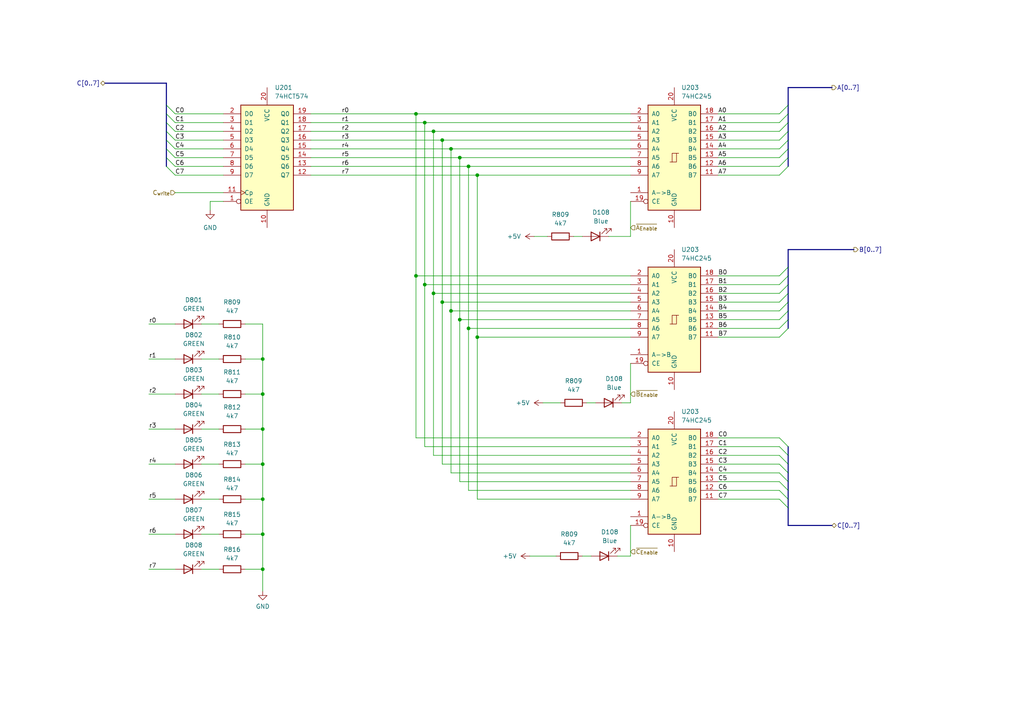
<source format=kicad_sch>
(kicad_sch (version 20230121) (generator eeschema)
  (paper "A4")
  (lib_symbols
    (symbol "74xx:74HC245" (pin_names (offset 1.016))
      (property "Reference" "U" (at -7.62 16.51 0))
      (property "Value" "74HC245" (at -7.62 -16.51 0))
      (symbol "74HC245_1_0"
        (polyline (pts (xy -0.635 -1.27) (xy -0.635 1.27) (xy 0.635 1.27)))
        (polyline (pts (xy -1.27 -1.27) (xy 0.635 -1.27) (xy 0.635 1.27) (xy 1.27 1.27)))
        (pin input line (at -12.7 -10.16 0) (length 5.08) (name "A->B") (number "1"))
        (pin power_in line (at 0 -20.32 90) (length 5.08) (name "GND") (number "10"))
        (pin tri_state line (at 12.7 -5.08 180) (length 5.08) (name "B7") (number "11"))
        (pin tri_state line (at 12.7 -2.54 180) (length 5.08) (name "B6") (number "12"))
        (pin tri_state line (at 12.7 0 180) (length 5.08) (name "B5") (number "13"))
        (pin tri_state line (at 12.7 2.54 180) (length 5.08) (name "B4") (number "14"))
        (pin tri_state line (at 12.7 5.08 180) (length 5.08) (name "B3") (number "15"))
        (pin tri_state line (at 12.7 7.62 180) (length 5.08) (name "B2") (number "16"))
        (pin tri_state line (at 12.7 10.16 180) (length 5.08) (name "B1") (number "17"))
        (pin tri_state line (at 12.7 12.7 180) (length 5.08) (name "B0") (number "18"))
        (pin input inverted (at -12.7 -12.7 0) (length 5.08) (name "CE") (number "19"))
        (pin tri_state line (at -12.7 12.7 0) (length 5.08) (name "A0") (number "2"))
        (pin power_in line (at 0 20.32 270) (length 5.08) (name "VCC") (number "20"))
        (pin tri_state line (at -12.7 10.16 0) (length 5.08) (name "A1") (number "3"))
        (pin tri_state line (at -12.7 7.62 0) (length 5.08) (name "A2") (number "4"))
        (pin tri_state line (at -12.7 5.08 0) (length 5.08) (name "A3") (number "5"))
        (pin tri_state line (at -12.7 2.54 0) (length 5.08) (name "A4") (number "6"))
        (pin tri_state line (at -12.7 0 0) (length 5.08) (name "A5") (number "7"))
        (pin tri_state line (at -12.7 -2.54 0) (length 5.08) (name "A6") (number "8"))
        (pin tri_state line (at -12.7 -5.08 0) (length 5.08) (name "A7") (number "9"))
      )
      (symbol "74HC245_1_1"
        (rectangle (start -7.62 15.24) (end 7.62 -15.24) (stroke (width 0.254)) (fill (type background)))
      )
    )
    (symbol "74xx:74HCT574" (pin_names (offset 1.016))
      (property "Reference" "U" (at -7.62 16.51 0))
      (property "Value" "74HCT574" (at -7.62 -16.51 0))
      (symbol "74HCT574_1_0"
        (pin input inverted (at -12.7 -12.7 0) (length 5.08) (name "OE") (number "1"))
        (pin power_in line (at 0 -20.32 90) (length 5.08) (name "GND") (number "10"))
        (pin input clock (at -12.7 -10.16 0) (length 5.08) (name "Cp") (number "11"))
        (pin tri_state line (at 12.7 -5.08 180) (length 5.08) (name "Q7") (number "12"))
        (pin tri_state line (at 12.7 -2.54 180) (length 5.08) (name "Q6") (number "13"))
        (pin tri_state line (at 12.7 0 180) (length 5.08) (name "Q5") (number "14"))
        (pin tri_state line (at 12.7 2.54 180) (length 5.08) (name "Q4") (number "15"))
        (pin tri_state line (at 12.7 5.08 180) (length 5.08) (name "Q3") (number "16"))
        (pin tri_state line (at 12.7 7.62 180) (length 5.08) (name "Q2") (number "17"))
        (pin tri_state line (at 12.7 10.16 180) (length 5.08) (name "Q1") (number "18"))
        (pin tri_state line (at 12.7 12.7 180) (length 5.08) (name "Q0") (number "19"))
        (pin input line (at -12.7 12.7 0) (length 5.08) (name "D0") (number "2"))
        (pin power_in line (at 0 20.32 270) (length 5.08) (name "VCC") (number "20"))
        (pin input line (at -12.7 10.16 0) (length 5.08) (name "D1") (number "3"))
        (pin input line (at -12.7 7.62 0) (length 5.08) (name "D2") (number "4"))
        (pin input line (at -12.7 5.08 0) (length 5.08) (name "D3") (number "5"))
        (pin input line (at -12.7 2.54 0) (length 5.08) (name "D4") (number "6"))
        (pin input line (at -12.7 0 0) (length 5.08) (name "D5") (number "7"))
        (pin input line (at -12.7 -2.54 0) (length 5.08) (name "D6") (number "8"))
        (pin input line (at -12.7 -5.08 0) (length 5.08) (name "D7") (number "9"))
      )
      (symbol "74HCT574_1_1"
        (rectangle (start -7.62 15.24) (end 7.62 -15.24) (stroke (width 0.254)) (fill (type background)))
      )
    )
    (symbol "Device:LED" (pin_numbers hide) (pin_names (offset 1.016) hide)
      (property "Reference" "D" (at 0 2.54 0))
      (property "Value" "LED" (at 0 -2.54 0))
      (symbol "LED_0_1"
        (polyline (pts (xy -1.27 -1.27) (xy -1.27 1.27)) (stroke (width 0.254)))
        (polyline (pts (xy -1.27 0) (xy 1.27 0)))
        (polyline (pts (xy 1.27 -1.27) (xy 1.27 1.27) (xy -1.27 0) (xy 1.27 -1.27)) (stroke (width 0.254)))
        (polyline (pts (xy -3.048 -0.762) (xy -4.572 -2.286) (xy -3.81 -2.286) (xy -4.572 -2.286) (xy -4.572 -1.524)))
        (polyline (pts (xy -1.778 -0.762) (xy -3.302 -2.286) (xy -2.54 -2.286) (xy -3.302 -2.286) (xy -3.302 -1.524)))
      )
      (symbol "LED_1_1"
        (pin passive line (at -3.81 0 0) (length 2.54) (name "K") (number "1"))
        (pin passive line (at 3.81 0 180) (length 2.54) (name "A") (number "2"))
      )
    )
    (symbol "Device:R" (pin_numbers hide) (pin_names (offset 0))
      (property "Reference" "R" (at 2.032 0 90))
      (property "Value" "R" (at 0 0 90))
      (symbol "R_0_1"
        (rectangle (start -1.016 -2.54) (end 1.016 2.54) (stroke (width 0.254)))
      )
      (symbol "R_1_1"
        (pin passive line (at 0 3.81 270) (length 1.27) (name "~") (number "1"))
        (pin passive line (at 0 -3.81 90) (length 1.27) (name "~") (number "2"))
      )
    )
    (symbol "GND_1" (power) (pin_names (offset 0))
      (property "Value" "GND_1" (at 0 -3.81 0))
      (symbol "GND_1_0_1"
        (polyline (pts (xy 0 0) (xy 0 -1.27) (xy 1.27 -1.27) (xy 0 -2.54) (xy -1.27 -1.27) (xy 0 -1.27)))
      )
      (symbol "GND_1_1_1"
        (pin power_in line (at 0 0 270) (length 0) hide (name "GND") (number "1"))
      )
    )
    (symbol "power:+5V" (power) (pin_names (offset 0))
      (property "Value" "+5V" (at 0 3.556 0))
      (symbol "+5V_0_1"
        (polyline (pts (xy -0.762 1.27) (xy 0 2.54)))
        (polyline (pts (xy 0 0) (xy 0 2.54)))
        (polyline (pts (xy 0 2.54) (xy 0.762 1.27)))
      )
      (symbol "+5V_1_1"
        (pin power_in line (at 0 0 90) (length 0) hide (name "+5V") (number "1"))
      )
    )
    (symbol "power:GND" (power) (pin_names (offset 0))
      (property "Value" "GND" (at 0 -3.81 0))
      (symbol "GND_0_1"
        (polyline (pts (xy 0 0) (xy 0 -1.27) (xy 1.27 -1.27) (xy 0 -2.54) (xy -1.27 -1.27) (xy 0 -1.27)))
      )
      (symbol "GND_1_1"
        (pin power_in line (at 0 0 270) (length 0) hide (name "GND") (number "1"))
      )
    )
  )
  (junction (at 76.2 134.62))
  (junction (at 135.89 95.25))
  (junction (at 128.27 87.63))
  (junction (at 123.19 82.55))
  (junction (at 130.81 90.17))
  (junction (at 76.2 124.46))
  (junction (at 76.2 104.14))
  (junction (at 123.19 35.56))
  (junction (at 76.2 144.78))
  (junction (at 76.2 165.1))
  (junction (at 130.81 43.18))
  (junction (at 120.65 80.01))
  (junction (at 133.35 45.72))
  (junction (at 138.43 50.8))
  (junction (at 125.73 85.09))
  (junction (at 120.65 33.02))
  (junction (at 133.35 92.71))
  (junction (at 125.73 38.1))
  (junction (at 76.2 114.3))
  (junction (at 128.27 40.64))
  (junction (at 135.89 48.26))
  (junction (at 76.2 154.94))
  (junction (at 138.43 97.79))
  (bus_entry (at 228.6 134.62) (size -2.54 -2.54))
  (bus_entry (at 228.6 85.09) (size -2.54 2.54))
  (bus_entry (at 228.6 35.56) (size -2.54 2.54))
  (bus_entry (at 48.26 35.56) (size 2.54 2.54))
  (bus_entry (at 48.26 40.64) (size 2.54 2.54))
  (bus_entry (at 228.6 90.17) (size -2.54 2.54))
  (bus_entry (at 228.6 92.71) (size -2.54 2.54))
  (bus_entry (at 228.6 30.48) (size -2.54 2.54))
  (bus_entry (at 48.26 43.18) (size 2.54 2.54))
  (bus_entry (at 48.26 48.26) (size 2.54 2.54))
  (bus_entry (at 228.6 77.47) (size -2.54 2.54))
  (bus_entry (at 48.26 33.02) (size 2.54 2.54))
  (bus_entry (at 48.26 45.72) (size 2.54 2.54))
  (bus_entry (at 228.6 129.54) (size -2.54 -2.54))
  (bus_entry (at 228.6 137.16) (size -2.54 -2.54))
  (bus_entry (at 228.6 38.1) (size -2.54 2.54))
  (bus_entry (at 228.6 147.32) (size -2.54 -2.54))
  (bus_entry (at 228.6 33.02) (size -2.54 2.54))
  (bus_entry (at 228.6 45.72) (size -2.54 2.54))
  (bus_entry (at 228.6 95.25) (size -2.54 2.54))
  (bus_entry (at 228.6 43.18) (size -2.54 2.54))
  (bus_entry (at 228.6 40.64) (size -2.54 2.54))
  (bus_entry (at 228.6 139.7) (size -2.54 -2.54))
  (bus_entry (at 228.6 80.01) (size -2.54 2.54))
  (bus_entry (at 48.26 38.1) (size 2.54 2.54))
  (bus_entry (at 228.6 82.55) (size -2.54 2.54))
  (bus_entry (at 228.6 142.24) (size -2.54 -2.54))
  (bus_entry (at 228.6 144.78) (size -2.54 -2.54))
  (bus_entry (at 228.6 132.08) (size -2.54 -2.54))
  (bus_entry (at 48.26 30.48) (size 2.54 2.54))
  (bus_entry (at 228.6 48.26) (size -2.54 2.54))
  (bus_entry (at 228.6 87.63) (size -2.54 2.54))
  (wire (pts (xy 76.2 124.46) (xy 76.2 114.3)))
  (wire (pts (xy 90.17 40.64) (xy 128.27 40.64)))
  (bus (pts (xy 241.3 152.4) (xy 228.6 152.4)))
  (wire (pts (xy 208.28 127) (xy 226.06 127)))
  (wire (pts (xy 120.65 33.02) (xy 182.88 33.02)))
  (wire (pts (xy 182.88 68.58) (xy 182.88 58.42)))
  (wire (pts (xy 58.42 124.46) (xy 63.5 124.46)))
  (wire (pts (xy 135.89 48.26) (xy 182.88 48.26)))
  (bus (pts (xy 228.6 80.01) (xy 228.6 82.55)))
  (wire (pts (xy 50.8 33.02) (xy 64.77 33.02)))
  (bus (pts (xy 48.26 33.02) (xy 48.26 35.56)))
  (wire (pts (xy 208.28 38.1) (xy 226.06 38.1)))
  (wire (pts (xy 58.42 134.62) (xy 63.5 134.62)))
  (bus (pts (xy 228.6 147.32) (xy 228.6 152.4)))
  (wire (pts (xy 76.2 93.98) (xy 71.12 93.98)))
  (bus (pts (xy 228.6 139.7) (xy 228.6 142.24)))
  (bus (pts (xy 48.26 40.64) (xy 48.26 43.18)))
  (wire (pts (xy 182.88 116.84) (xy 182.88 105.41)))
  (wire (pts (xy 125.73 38.1) (xy 125.73 85.09)))
  (wire (pts (xy 208.28 35.56) (xy 226.06 35.56)))
  (wire (pts (xy 208.28 134.62) (xy 226.06 134.62)))
  (wire (pts (xy 76.2 171.45) (xy 76.2 165.1)))
  (wire (pts (xy 208.28 142.24) (xy 226.06 142.24)))
  (wire (pts (xy 50.8 38.1) (xy 64.77 38.1)))
  (wire (pts (xy 135.89 142.24) (xy 182.88 142.24)))
  (bus (pts (xy 247.65 72.39) (xy 228.6 72.39)))
  (wire (pts (xy 50.8 48.26) (xy 64.77 48.26)))
  (wire (pts (xy 130.81 90.17) (xy 182.88 90.17)))
  (wire (pts (xy 135.89 142.24) (xy 135.89 95.25)))
  (wire (pts (xy 58.42 104.14) (xy 63.5 104.14)))
  (wire (pts (xy 90.17 33.02) (xy 120.65 33.02)))
  (wire (pts (xy 168.91 161.29) (xy 171.45 161.29)))
  (wire (pts (xy 120.65 80.01) (xy 120.65 33.02)))
  (wire (pts (xy 90.17 35.56) (xy 123.19 35.56)))
  (wire (pts (xy 130.81 43.18) (xy 182.88 43.18)))
  (wire (pts (xy 135.89 95.25) (xy 135.89 48.26)))
  (wire (pts (xy 138.43 50.8) (xy 138.43 97.79)))
  (bus (pts (xy 228.6 144.78) (xy 228.6 147.32)))
  (wire (pts (xy 208.28 80.01) (xy 226.06 80.01)))
  (wire (pts (xy 43.18 124.46) (xy 50.8 124.46)))
  (wire (pts (xy 50.8 43.18) (xy 64.77 43.18)))
  (wire (pts (xy 71.12 165.1) (xy 76.2 165.1)))
  (wire (pts (xy 166.37 68.58) (xy 168.91 68.58)))
  (wire (pts (xy 208.28 139.7) (xy 226.06 139.7)))
  (wire (pts (xy 128.27 40.64) (xy 128.27 87.63)))
  (bus (pts (xy 48.26 24.13) (xy 48.26 30.48)))
  (wire (pts (xy 50.8 50.8) (xy 64.77 50.8)))
  (wire (pts (xy 179.07 161.29) (xy 182.88 161.29)))
  (bus (pts (xy 48.26 30.48) (xy 48.26 33.02)))
  (wire (pts (xy 125.73 85.09) (xy 182.88 85.09)))
  (wire (pts (xy 157.48 116.84) (xy 162.56 116.84)))
  (wire (pts (xy 138.43 50.8) (xy 182.88 50.8)))
  (bus (pts (xy 228.6 35.56) (xy 228.6 38.1)))
  (wire (pts (xy 182.88 132.08) (xy 125.73 132.08)))
  (bus (pts (xy 30.48 24.13) (xy 48.26 24.13)))
  (wire (pts (xy 76.2 165.1) (xy 76.2 154.94)))
  (wire (pts (xy 50.8 45.72) (xy 64.77 45.72)))
  (wire (pts (xy 208.28 82.55) (xy 226.06 82.55)))
  (wire (pts (xy 50.8 35.56) (xy 64.77 35.56)))
  (wire (pts (xy 50.8 40.64) (xy 64.77 40.64)))
  (wire (pts (xy 128.27 87.63) (xy 128.27 134.62)))
  (wire (pts (xy 208.28 43.18) (xy 226.06 43.18)))
  (wire (pts (xy 123.19 129.54) (xy 182.88 129.54)))
  (wire (pts (xy 90.17 43.18) (xy 130.81 43.18)))
  (bus (pts (xy 228.6 85.09) (xy 228.6 87.63)))
  (wire (pts (xy 90.17 45.72) (xy 133.35 45.72)))
  (wire (pts (xy 128.27 40.64) (xy 182.88 40.64)))
  (wire (pts (xy 58.42 93.98) (xy 63.5 93.98)))
  (wire (pts (xy 43.18 114.3) (xy 50.8 114.3)))
  (wire (pts (xy 208.28 85.09) (xy 226.06 85.09)))
  (wire (pts (xy 208.28 95.25) (xy 226.06 95.25)))
  (wire (pts (xy 208.28 129.54) (xy 226.06 129.54)))
  (wire (pts (xy 50.8 55.88) (xy 64.77 55.88)))
  (wire (pts (xy 43.18 104.14) (xy 50.8 104.14)))
  (bus (pts (xy 228.6 92.71) (xy 228.6 95.25)))
  (bus (pts (xy 228.6 137.16) (xy 228.6 139.7)))
  (bus (pts (xy 48.26 35.56) (xy 48.26 38.1)))
  (wire (pts (xy 123.19 82.55) (xy 182.88 82.55)))
  (wire (pts (xy 71.12 114.3) (xy 76.2 114.3)))
  (wire (pts (xy 208.28 87.63) (xy 226.06 87.63)))
  (wire (pts (xy 76.2 144.78) (xy 76.2 134.62)))
  (wire (pts (xy 43.18 134.62) (xy 50.8 134.62)))
  (bus (pts (xy 228.6 87.63) (xy 228.6 90.17)))
  (bus (pts (xy 48.26 43.18) (xy 48.26 45.72)))
  (wire (pts (xy 71.12 154.94) (xy 76.2 154.94)))
  (bus (pts (xy 228.6 129.54) (xy 228.6 132.08)))
  (wire (pts (xy 90.17 50.8) (xy 138.43 50.8)))
  (wire (pts (xy 58.42 114.3) (xy 63.5 114.3)))
  (wire (pts (xy 71.12 134.62) (xy 76.2 134.62)))
  (bus (pts (xy 228.6 30.48) (xy 228.6 33.02)))
  (wire (pts (xy 71.12 104.14) (xy 76.2 104.14)))
  (wire (pts (xy 76.2 154.94) (xy 76.2 144.78)))
  (bus (pts (xy 228.6 82.55) (xy 228.6 85.09)))
  (wire (pts (xy 130.81 90.17) (xy 130.81 43.18)))
  (wire (pts (xy 76.2 104.14) (xy 76.2 93.98)))
  (wire (pts (xy 123.19 82.55) (xy 123.19 129.54)))
  (wire (pts (xy 208.28 50.8) (xy 226.06 50.8)))
  (wire (pts (xy 58.42 144.78) (xy 63.5 144.78)))
  (wire (pts (xy 133.35 45.72) (xy 133.35 92.71)))
  (wire (pts (xy 64.77 58.42) (xy 60.96 58.42)))
  (bus (pts (xy 228.6 132.08) (xy 228.6 134.62)))
  (wire (pts (xy 154.94 68.58) (xy 158.75 68.58)))
  (wire (pts (xy 43.18 165.1) (xy 50.8 165.1)))
  (bus (pts (xy 228.6 38.1) (xy 228.6 40.64)))
  (wire (pts (xy 76.2 114.3) (xy 76.2 104.14)))
  (wire (pts (xy 208.28 132.08) (xy 226.06 132.08)))
  (wire (pts (xy 208.28 90.17) (xy 226.06 90.17)))
  (wire (pts (xy 176.53 68.58) (xy 182.88 68.58)))
  (wire (pts (xy 138.43 97.79) (xy 138.43 144.78)))
  (wire (pts (xy 58.42 154.94) (xy 63.5 154.94)))
  (wire (pts (xy 180.34 116.84) (xy 182.88 116.84)))
  (wire (pts (xy 90.17 48.26) (xy 135.89 48.26)))
  (wire (pts (xy 208.28 144.78) (xy 226.06 144.78)))
  (bus (pts (xy 228.6 134.62) (xy 228.6 137.16)))
  (wire (pts (xy 123.19 35.56) (xy 182.88 35.56)))
  (wire (pts (xy 128.27 134.62) (xy 182.88 134.62)))
  (bus (pts (xy 228.6 45.72) (xy 228.6 48.26)))
  (wire (pts (xy 182.88 80.01) (xy 120.65 80.01)))
  (bus (pts (xy 228.6 40.64) (xy 228.6 43.18)))
  (wire (pts (xy 58.42 165.1) (xy 63.5 165.1)))
  (wire (pts (xy 90.17 38.1) (xy 125.73 38.1)))
  (wire (pts (xy 208.28 137.16) (xy 226.06 137.16)))
  (wire (pts (xy 43.18 93.98) (xy 50.8 93.98)))
  (wire (pts (xy 208.28 40.64) (xy 226.06 40.64)))
  (wire (pts (xy 208.28 97.79) (xy 226.06 97.79)))
  (wire (pts (xy 133.35 139.7) (xy 182.88 139.7)))
  (wire (pts (xy 133.35 92.71) (xy 133.35 139.7)))
  (wire (pts (xy 125.73 85.09) (xy 125.73 132.08)))
  (wire (pts (xy 182.88 137.16) (xy 130.81 137.16)))
  (wire (pts (xy 153.67 161.29) (xy 161.29 161.29)))
  (wire (pts (xy 120.65 127) (xy 120.65 80.01)))
  (wire (pts (xy 138.43 97.79) (xy 182.88 97.79)))
  (bus (pts (xy 228.6 25.4) (xy 228.6 30.48)))
  (wire (pts (xy 71.12 144.78) (xy 76.2 144.78)))
  (wire (pts (xy 133.35 92.71) (xy 182.88 92.71)))
  (bus (pts (xy 228.6 90.17) (xy 228.6 92.71)))
  (wire (pts (xy 130.81 137.16) (xy 130.81 90.17)))
  (wire (pts (xy 208.28 92.71) (xy 226.06 92.71)))
  (wire (pts (xy 125.73 38.1) (xy 182.88 38.1)))
  (bus (pts (xy 48.26 45.72) (xy 48.26 48.26)))
  (wire (pts (xy 76.2 134.62) (xy 76.2 124.46)))
  (wire (pts (xy 133.35 45.72) (xy 182.88 45.72)))
  (wire (pts (xy 208.28 48.26) (xy 226.06 48.26)))
  (bus (pts (xy 228.6 33.02) (xy 228.6 35.56)))
  (bus (pts (xy 228.6 77.47) (xy 228.6 80.01)))
  (bus (pts (xy 228.6 43.18) (xy 228.6 45.72)))
  (bus (pts (xy 241.3 25.4) (xy 228.6 25.4)))
  (wire (pts (xy 182.88 161.29) (xy 182.88 152.4)))
  (wire (pts (xy 170.18 116.84) (xy 172.72 116.84)))
  (wire (pts (xy 71.12 124.46) (xy 76.2 124.46)))
  (wire (pts (xy 123.19 35.56) (xy 123.19 82.55)))
  (bus (pts (xy 228.6 72.39) (xy 228.6 77.47)))
  (wire (pts (xy 135.89 95.25) (xy 182.88 95.25)))
  (wire (pts (xy 208.28 45.72) (xy 226.06 45.72)))
  (wire (pts (xy 128.27 87.63) (xy 182.88 87.63)))
  (wire (pts (xy 43.18 144.78) (xy 50.8 144.78)))
  (wire (pts (xy 208.28 33.02) (xy 226.06 33.02)))
  (bus (pts (xy 48.26 38.1) (xy 48.26 40.64)))
  (wire (pts (xy 138.43 144.78) (xy 182.88 144.78)))
  (wire (pts (xy 43.18 154.94) (xy 50.8 154.94)))
  (wire (pts (xy 182.88 127) (xy 120.65 127)))
  (wire (pts (xy 60.96 58.42) (xy 60.96 60.96)))
  (bus (pts (xy 228.6 142.24) (xy 228.6 144.78)))
  (label "r2" (at 99.06 38.1 0))
  (label "r3" (at 99.06 40.64 0))
  (label "r0" (at 99.06 33.02 0))
  (label "A4" (at 208.28 43.18 0))
  (label "r1" (at 43.18 104.14 0))
  (label "r5" (at 43.18 144.78 0))
  (label "r2" (at 43.18 114.3 0))
  (label "C7" (at 50.8 50.8 0))
  (label "C1" (at 208.28 129.54 0))
  (label "A5" (at 208.28 45.72 0))
  (label "C4" (at 208.28 137.16 0))
  (label "C2" (at 208.28 132.08 0))
  (label "r3" (at 43.18 124.46 0))
  (label "r5" (at 99.06 45.72 0))
  (label "A7" (at 208.28 50.8 0))
  (label "B5" (at 208.28 92.71 0))
  (label "r7" (at 99.06 50.8 0))
  (label "C0" (at 50.8 33.02 0))
  (label "r6" (at 99.06 48.26 0))
  (label "C0" (at 208.28 127 0))
  (label "A2" (at 208.28 38.1 0))
  (label "A0" (at 208.28 33.02 0))
  (label "r6" (at 43.18 154.94 0))
  (label "B2" (at 208.28 85.09 0))
  (label "B1" (at 208.28 82.55 0))
  (label "C6" (at 50.8 48.26 0))
  (label "C7" (at 208.28 144.78 0))
  (label "B0" (at 208.28 80.01 0))
  (label "C3" (at 50.8 40.64 0))
  (label "C5" (at 50.8 45.72 0))
  (label "r0" (at 43.18 93.98 0))
  (label "r4" (at 43.18 134.62 0))
  (label "C2" (at 50.8 38.1 0))
  (label "A6" (at 208.28 48.26 0))
  (label "C1" (at 50.8 35.56 0))
  (label "C4" (at 50.8 43.18 0))
  (label "A3" (at 208.28 40.64 0))
  (label "B4" (at 208.28 90.17 0))
  (label "C5" (at 208.28 139.7 0))
  (label "B6" (at 208.28 95.25 0))
  (label "B7" (at 208.28 97.79 0))
  (label "C3" (at 208.28 134.62 0))
  (label "r4" (at 99.06 43.18 0))
  (label "C6" (at 208.28 142.24 0))
  (label "r1" (at 99.06 35.56 0))
  (label "A1" (at 208.28 35.56 0))
  (label "r7" (at 43.18 165.1 0))
  (label "B3" (at 208.28 87.63 0))
  (hierarchical_label "A[0..7]" (shape output) (at 241.3 25.4 0))
  (hierarchical_label "~{B_{Enable}}" (shape input) (at 182.88 114.3 0))
  (hierarchical_label "~{C_{Enable}}" (shape input) (at 182.88 160.02 0))
  (hierarchical_label "~{A_{Enable}}" (shape input) (at 182.88 66.04 0))
  (hierarchical_label "C[0..7]" (shape bidirectional) (at 241.3 152.4 0))
  (hierarchical_label "C[0..7]" (shape bidirectional) (at 30.48 24.13 180))
  (hierarchical_label "B[0..7]" (shape output) (at 247.65 72.39 0))
  (hierarchical_label "C_{write}" (shape input) (at 50.8 55.88 180))
  (symbol (lib_id "Device:R") (at 166.37 116.84 270) (unit 1)
    (property "Reference" "R809" (at 166.37 110.49 90))
    (property "Value" "4k7" (at 166.37 113.03 90))
    (property "Footprint" "Resistor_SMD:R_0603_1608Metric" (effects hide))
    (property "Datasheet" "https://datasheet.lcsc.com/lcsc/2206010116_UNI-ROYAL-Uniroyal-Elec-0603WAF4701T5E_C23162.pdf" (effects hide))
    (property "LCSC" "C23162" (effects hide))
    (instances (project "DALU" (path "" (reference "R809") (unit 1))) (project "Register File" (path "" (reference "R210") (unit 1)) (path "" (reference "R310") (unit 1)) (path "" (reference "R410") (unit 1)) (path "" (reference "R510") (unit 1)) (path "" (reference "R610") (unit 1)) (path "" (reference "R710") (unit 1)) (path "" (reference "R810") (unit 1)) (path "" (reference "R910") (unit 1))))
  )
  (symbol (lib_id "Device:R") (at 162.56 68.58 270) (unit 1)
    (property "Reference" "R809" (at 162.56 62.23 90))
    (property "Value" "4k7" (at 162.56 64.77 90))
    (property "Footprint" "Resistor_SMD:R_0603_1608Metric" (effects hide))
    (property "Datasheet" "https://datasheet.lcsc.com/lcsc/2206010116_UNI-ROYAL-Uniroyal-Elec-0603WAF4701T5E_C23162.pdf" (effects hide))
    (property "LCSC" "C23162" (effects hide))
    (instances (project "DALU" (path "" (reference "R809") (unit 1))) (project "Register File" (path "" (reference "R209") (unit 1)) (path "" (reference "R309") (unit 1)) (path "" (reference "R409") (unit 1)) (path "" (reference "R509") (unit 1)) (path "" (reference "R609") (unit 1)) (path "" (reference "R709") (unit 1)) (path "" (reference "R809") (unit 1)) (path "" (reference "R909") (unit 1))))
  )
  (symbol (lib_id "Device:LED") (at 54.61 104.14 180) (unit 1)
    (property "Reference" "D802" (at 56.1975 97.155 0))
    (property "Value" "GREEN" (at 56.1975 99.695 0))
    (property "Footprint" "LED_SMD:LED_0603_1608Metric" (effects hide))
    (property "Datasheet" "https://datasheet.lcsc.com/lcsc/1811101510_Everlight-Elec-19-217-GHC-YR1S2-3T_C72043.pdf" (effects hide))
    (property "LCSC" "C72043" (effects hide))
    (instances (project "DALU" (path "" (reference "D802") (unit 1))) (project "Register File" (path "" (reference "D202") (unit 1)) (path "" (reference "D302") (unit 1)) (path "" (reference "D402") (unit 1)) (path "" (reference "D502") (unit 1)) (path "" (reference "D602") (unit 1)) (path "" (reference "D702") (unit 1)) (path "" (reference "D802") (unit 1)) (path "" (reference "D902") (unit 1))))
  )
  (symbol (lib_id "Device:R") (at 67.31 104.14 270) (unit 1)
    (property "Reference" "R810" (at 67.31 97.79 90))
    (property "Value" "4k7" (at 67.31 100.33 90))
    (property "Footprint" "Resistor_SMD:R_0603_1608Metric" (effects hide))
    (property "Datasheet" "https://datasheet.lcsc.com/lcsc/2206010116_UNI-ROYAL-Uniroyal-Elec-0603WAF4701T5E_C23162.pdf" (effects hide))
    (property "LCSC" "C23162" (effects hide))
    (instances (project "DALU" (path "" (reference "R810") (unit 1))) (project "Register File" (path "" (reference "R202") (unit 1)) (path "" (reference "R302") (unit 1)) (path "" (reference "R402") (unit 1)) (path "" (reference "R502") (unit 1)) (path "" (reference "R602") (unit 1)) (path "" (reference "R702") (unit 1)) (path "" (reference "R802") (unit 1)) (path "" (reference "R902") (unit 1))))
  )
  (symbol (lib_id "74xx:74HC245") (at 195.58 45.72 0) (unit 1)
    (property "Reference" "U203" (at 197.5994 25.4 0) (effects (justify left)))
    (property "Value" "74HC245" (at 197.5994 27.94 0) (effects (justify left)))
    (property "Footprint" "Package_SO:SOIC-20W_7.5x12.8mm_P1.27mm" (effects hide))
    (property "Datasheet" "http://www.ti.com/lit/gpn/sn74HC245" (effects hide))
    (property "LCSC" "C5625" (effects hide))
    (instances (project "DALU" (path "" (reference "U203") (unit 1))) (project "Register File" (path "" (reference "U202") (unit 1)) (path "" (reference "U302") (unit 1)) (path "" (reference "U402") (unit 1)) (path "" (reference "U502") (unit 1)) (path "" (reference "U602") (unit 1)) (path "" (reference "U902") (unit 1)) (path "" (reference "U802") (unit 1)) (path "" (reference "U702") (unit 1))))
  )
  (symbol (lib_id "power:+5V") (at 157.48 116.84 90) (unit 1)
    (property "Reference" "#PWR0203" (effects hide))
    (property "Value" "+5V" (at 153.67 116.84 90) (effects (justify left)))
    (instances (project "Register File" (path "" (reference "#PWR0203") (unit 1)) (path "" (reference "#PWR0303") (unit 1)) (path "" (reference "#PWR0403") (unit 1)) (path "" (reference "#PWR0503") (unit 1)) (path "" (reference "#PWR0603") (unit 1)) (path "" (reference "#PWR0703") (unit 1)) (path "" (reference "#PWR0803") (unit 1)) (path "" (reference "#PWR0903") (unit 1))))
  )
  (symbol (lib_id "74xx:74HC245") (at 195.58 92.71 0) (unit 1)
    (property "Reference" "U203" (at 197.5994 72.39 0) (effects (justify left)))
    (property "Value" "74HC245" (at 197.5994 74.93 0) (effects (justify left)))
    (property "Footprint" "Package_SO:SOIC-20W_7.5x12.8mm_P1.27mm" (effects hide))
    (property "Datasheet" "http://www.ti.com/lit/gpn/sn74HC245" (effects hide))
    (property "LCSC" "C5625" (effects hide))
    (instances (project "DALU" (path "" (reference "U203") (unit 1))) (project "Register File" (path "" (reference "U203") (unit 1)) (path "" (reference "U303") (unit 1)) (path "" (reference "U403") (unit 1)) (path "" (reference "U503") (unit 1)) (path "" (reference "U603") (unit 1)) (path "" (reference "U903") (unit 1)) (path "" (reference "U803") (unit 1)) (path "" (reference "U703") (unit 1))))
  )
  (symbol (lib_id "Device:LED") (at 175.26 161.29 180) (unit 1)
    (property "Reference" "D108" (at 176.8475 154.305 0))
    (property "Value" "Blue" (at 176.8475 156.845 0))
    (property "Footprint" "LED_SMD:LED_0603_1608Metric" (effects hide))
    (property "LCSC" "C72041" (effects hide))
    (instances (project "ALU Connector" (path "" (reference "D108") (unit 1))) (project "Register File" (path "" (reference "D211") (unit 1)) (path "" (reference "D311") (unit 1)) (path "" (reference "D411") (unit 1)) (path "" (reference "D511") (unit 1)) (path "" (reference "D611") (unit 1)) (path "" (reference "D711") (unit 1)) (path "" (reference "D811") (unit 1)) (path "" (reference "D911") (unit 1))))
  )
  (symbol (lib_id "Device:LED") (at 54.61 124.46 180) (unit 1)
    (property "Reference" "D804" (at 56.1975 117.475 0))
    (property "Value" "GREEN" (at 56.1975 120.015 0))
    (property "Footprint" "LED_SMD:LED_0603_1608Metric" (effects hide))
    (property "Datasheet" "https://datasheet.lcsc.com/lcsc/1811101510_Everlight-Elec-19-217-GHC-YR1S2-3T_C72043.pdf" (effects hide))
    (property "LCSC" "C72043" (effects hide))
    (instances (project "DALU" (path "" (reference "D804") (unit 1))) (project "Register File" (path "" (reference "D204") (unit 1)) (path "" (reference "D304") (unit 1)) (path "" (reference "D404") (unit 1)) (path "" (reference "D504") (unit 1)) (path "" (reference "D604") (unit 1)) (path "" (reference "D704") (unit 1)) (path "" (reference "D804") (unit 1)) (path "" (reference "D904") (unit 1))))
  )
  (symbol (lib_id "Device:LED") (at 54.61 93.98 180) (unit 1)
    (property "Reference" "D801" (at 56.1975 86.995 0))
    (property "Value" "GREEN" (at 56.1975 89.535 0))
    (property "Footprint" "LED_SMD:LED_0603_1608Metric" (effects hide))
    (property "Datasheet" "https://datasheet.lcsc.com/lcsc/1811101510_Everlight-Elec-19-217-GHC-YR1S2-3T_C72043.pdf" (effects hide))
    (property "LCSC" "C72043" (effects hide))
    (instances (project "DALU" (path "" (reference "D801") (unit 1))) (project "Register File" (path "" (reference "D201") (unit 1)) (path "" (reference "D301") (unit 1)) (path "" (reference "D401") (unit 1)) (path "" (reference "D501") (unit 1)) (path "" (reference "D601") (unit 1)) (path "" (reference "D701") (unit 1)) (path "" (reference "D801") (unit 1)) (path "" (reference "D901") (unit 1))))
  )
  (symbol (lib_id "Device:R") (at 67.31 165.1 270) (unit 1)
    (property "Reference" "R816" (at 67.31 159.385 90))
    (property "Value" "4k7" (at 67.31 161.925 90))
    (property "Footprint" "Resistor_SMD:R_0603_1608Metric" (effects hide))
    (property "Datasheet" "https://datasheet.lcsc.com/lcsc/2206010116_UNI-ROYAL-Uniroyal-Elec-0603WAF4701T5E_C23162.pdf" (effects hide))
    (property "LCSC" "C23162" (effects hide))
    (instances (project "DALU" (path "" (reference "R816") (unit 1))) (project "Register File" (path "" (reference "R208") (unit 1)) (path "" (reference "R308") (unit 1)) (path "" (reference "R408") (unit 1)) (path "" (reference "R508") (unit 1)) (path "" (reference "R608") (unit 1)) (path "" (reference "R708") (unit 1)) (path "" (reference "R808") (unit 1)) (path "" (reference "R908") (unit 1))))
  )
  (symbol (lib_id "Device:LED") (at 54.61 165.1 180) (unit 1)
    (property "Reference" "D808" (at 56.1975 158.115 0))
    (property "Value" "GREEN" (at 56.1975 160.655 0))
    (property "Footprint" "LED_SMD:LED_0603_1608Metric" (effects hide))
    (property "Datasheet" "https://datasheet.lcsc.com/lcsc/1811101510_Everlight-Elec-19-217-GHC-YR1S2-3T_C72043.pdf" (effects hide))
    (property "LCSC" "C72043" (effects hide))
    (instances (project "DALU" (path "" (reference "D808") (unit 1))) (project "Register File" (path "" (reference "D208") (unit 1)) (path "" (reference "D308") (unit 1)) (path "" (reference "D408") (unit 1)) (path "" (reference "D508") (unit 1)) (path "" (reference "D608") (unit 1)) (path "" (reference "D708") (unit 1)) (path "" (reference "D808") (unit 1)) (path "" (reference "D908") (unit 1))))
  )
  (symbol (lib_id "Device:LED") (at 54.61 144.78 180) (unit 1)
    (property "Reference" "D806" (at 56.1975 137.795 0))
    (property "Value" "GREEN" (at 56.1975 140.335 0))
    (property "Footprint" "LED_SMD:LED_0603_1608Metric" (effects hide))
    (property "Datasheet" "https://datasheet.lcsc.com/lcsc/1811101510_Everlight-Elec-19-217-GHC-YR1S2-3T_C72043.pdf" (effects hide))
    (property "LCSC" "C72043" (effects hide))
    (instances (project "DALU" (path "" (reference "D806") (unit 1))) (project "Register File" (path "" (reference "D206") (unit 1)) (path "" (reference "D306") (unit 1)) (path "" (reference "D406") (unit 1)) (path "" (reference "D506") (unit 1)) (path "" (reference "D606") (unit 1)) (path "" (reference "D706") (unit 1)) (path "" (reference "D806") (unit 1)) (path "" (reference "D906") (unit 1))))
  )
  (symbol (lib_id "Device:R") (at 67.31 144.78 270) (unit 1)
    (property "Reference" "R814" (at 67.31 139.065 90))
    (property "Value" "4k7" (at 67.31 141.605 90))
    (property "Footprint" "Resistor_SMD:R_0603_1608Metric" (effects hide))
    (property "Datasheet" "https://datasheet.lcsc.com/lcsc/2206010116_UNI-ROYAL-Uniroyal-Elec-0603WAF4701T5E_C23162.pdf" (effects hide))
    (property "LCSC" "C23162" (effects hide))
    (instances (project "DALU" (path "" (reference "R814") (unit 1))) (project "Register File" (path "" (reference "R206") (unit 1)) (path "" (reference "R306") (unit 1)) (path "" (reference "R406") (unit 1)) (path "" (reference "R506") (unit 1)) (path "" (reference "R606") (unit 1)) (path "" (reference "R706") (unit 1)) (path "" (reference "R806") (unit 1)) (path "" (reference "R906") (unit 1))))
  )
  (symbol (lib_id "power:GND") (at 76.2 171.45 0) (unit 1)
    (property "Reference" "#PWR0809" (effects hide))
    (property "Value" "GND" (at 76.2 175.895 0))
    (instances (project "DALU" (path "" (reference "#PWR0809") (unit 1))) (project "Register File" (path "" (reference "#PWR0201") (unit 1)) (path "" (reference "#PWR0301") (unit 1)) (path "" (reference "#PWR0401") (unit 1)) (path "" (reference "#PWR0501") (unit 1)) (path "" (reference "#PWR0601") (unit 1)) (path "" (reference "#PWR0701") (unit 1)) (path "" (reference "#PWR0801") (unit 1)) (path "" (reference "#PWR0901") (unit 1))))
  )
  (symbol (lib_id "Device:R") (at 67.31 93.98 270) (unit 1)
    (property "Reference" "R809" (at 67.31 87.63 90))
    (property "Value" "4k7" (at 67.31 90.17 90))
    (property "Footprint" "Resistor_SMD:R_0603_1608Metric" (effects hide))
    (property "Datasheet" "https://datasheet.lcsc.com/lcsc/2206010116_UNI-ROYAL-Uniroyal-Elec-0603WAF4701T5E_C23162.pdf" (effects hide))
    (property "LCSC" "C23162" (effects hide))
    (instances (project "DALU" (path "" (reference "R809") (unit 1))) (project "Register File" (path "" (reference "R201") (unit 1)) (path "" (reference "R301") (unit 1)) (path "" (reference "R401") (unit 1)) (path "" (reference "R501") (unit 1)) (path "" (reference "R601") (unit 1)) (path "" (reference "R701") (unit 1)) (path "" (reference "R801") (unit 1)) (path "" (reference "R901") (unit 1))))
  )
  (symbol (lib_id "Device:R") (at 67.31 134.62 270) (unit 1)
    (property "Reference" "R813" (at 67.31 128.905 90))
    (property "Value" "4k7" (at 67.31 131.445 90))
    (property "Footprint" "Resistor_SMD:R_0603_1608Metric" (effects hide))
    (property "Datasheet" "https://datasheet.lcsc.com/lcsc/2206010116_UNI-ROYAL-Uniroyal-Elec-0603WAF4701T5E_C23162.pdf" (effects hide))
    (property "LCSC" "C23162" (effects hide))
    (instances (project "DALU" (path "" (reference "R813") (unit 1))) (project "Register File" (path "" (reference "R205") (unit 1)) (path "" (reference "R305") (unit 1)) (path "" (reference "R405") (unit 1)) (path "" (reference "R505") (unit 1)) (path "" (reference "R605") (unit 1)) (path "" (reference "R705") (unit 1)) (path "" (reference "R805") (unit 1)) (path "" (reference "R905") (unit 1))))
  )
  (symbol (lib_id "Device:R") (at 165.1 161.29 270) (unit 1)
    (property "Reference" "R809" (at 165.1 154.94 90))
    (property "Value" "4k7" (at 165.1 157.48 90))
    (property "Footprint" "Resistor_SMD:R_0603_1608Metric" (effects hide))
    (property "Datasheet" "https://datasheet.lcsc.com/lcsc/2206010116_UNI-ROYAL-Uniroyal-Elec-0603WAF4701T5E_C23162.pdf" (effects hide))
    (property "LCSC" "C23162" (effects hide))
    (instances (project "DALU" (path "" (reference "R809") (unit 1))) (project "Register File" (path "" (reference "R211") (unit 1)) (path "" (reference "R311") (unit 1)) (path "" (reference "R411") (unit 1)) (path "" (reference "R511") (unit 1)) (path "" (reference "R611") (unit 1)) (path "" (reference "R711") (unit 1)) (path "" (reference "R811") (unit 1)) (path "" (reference "R911") (unit 1))))
  )
  (symbol (lib_id "Device:R") (at 67.31 154.94 270) (unit 1)
    (property "Reference" "R815" (at 67.31 149.225 90))
    (property "Value" "4k7" (at 67.31 151.765 90))
    (property "Footprint" "Resistor_SMD:R_0603_1608Metric" (effects hide))
    (property "Datasheet" "https://datasheet.lcsc.com/lcsc/2206010116_UNI-ROYAL-Uniroyal-Elec-0603WAF4701T5E_C23162.pdf" (effects hide))
    (property "LCSC" "C23162" (effects hide))
    (instances (project "DALU" (path "" (reference "R815") (unit 1))) (project "Register File" (path "" (reference "R207") (unit 1)) (path "" (reference "R307") (unit 1)) (path "" (reference "R407") (unit 1)) (path "" (reference "R507") (unit 1)) (path "" (reference "R607") (unit 1)) (path "" (reference "R707") (unit 1)) (path "" (reference "R807") (unit 1)) (path "" (reference "R907") (unit 1))))
  )
  (symbol (lib_id "Device:R") (at 67.31 124.46 270) (unit 1)
    (property "Reference" "R812" (at 67.31 118.11 90))
    (property "Value" "4k7" (at 67.31 120.65 90))
    (property "Footprint" "Resistor_SMD:R_0603_1608Metric" (effects hide))
    (property "Datasheet" "https://datasheet.lcsc.com/lcsc/2206010116_UNI-ROYAL-Uniroyal-Elec-0603WAF4701T5E_C23162.pdf" (effects hide))
    (property "LCSC" "C23162" (effects hide))
    (instances (project "DALU" (path "" (reference "R812") (unit 1))) (project "Register File" (path "" (reference "R204") (unit 1)) (path "" (reference "R304") (unit 1)) (path "" (reference "R404") (unit 1)) (path "" (reference "R504") (unit 1)) (path "" (reference "R604") (unit 1)) (path "" (reference "R704") (unit 1)) (path "" (reference "R804") (unit 1)) (path "" (reference "R904") (unit 1))))
  )
  (symbol (lib_name "GND_1") (lib_id "power:GND") (at 60.96 60.96 0) (unit 1)
    (property "Reference" "#PWR0205" (effects hide))
    (property "Value" "GND" (at 60.96 66.04 0))
    (instances (project "Register File" (path "" (reference "#PWR0205") (unit 1)) (path "" (reference "#PWR0305") (unit 1)) (path "" (reference "#PWR0405") (unit 1)) (path "" (reference "#PWR0505") (unit 1)) (path "" (reference "#PWR0605") (unit 1)) (path "" (reference "#PWR0705") (unit 1)) (path "" (reference "#PWR0805") (unit 1)) (path "" (reference "#PWR0905") (unit 1))))
  )
  (symbol (lib_id "Device:LED") (at 54.61 134.62 180) (unit 1)
    (property "Reference" "D805" (at 56.1975 127.635 0))
    (property "Value" "GREEN" (at 56.1975 130.175 0))
    (property "Footprint" "LED_SMD:LED_0603_1608Metric" (effects hide))
    (property "Datasheet" "https://datasheet.lcsc.com/lcsc/1811101510_Everlight-Elec-19-217-GHC-YR1S2-3T_C72043.pdf" (effects hide))
    (property "LCSC" "C72043" (effects hide))
    (instances (project "DALU" (path "" (reference "D805") (unit 1))) (project "Register File" (path "" (reference "D205") (unit 1)) (path "" (reference "D305") (unit 1)) (path "" (reference "D405") (unit 1)) (path "" (reference "D505") (unit 1)) (path "" (reference "D605") (unit 1)) (path "" (reference "D705") (unit 1)) (path "" (reference "D805") (unit 1)) (path "" (reference "D905") (unit 1))))
  )
  (symbol (lib_id "power:+5V") (at 153.67 161.29 90) (unit 1)
    (property "Reference" "#PWR0204" (effects hide))
    (property "Value" "+5V" (at 149.86 161.29 90) (effects (justify left)))
    (instances (project "Register File" (path "" (reference "#PWR0204") (unit 1)) (path "" (reference "#PWR0304") (unit 1)) (path "" (reference "#PWR0404") (unit 1)) (path "" (reference "#PWR0504") (unit 1)) (path "" (reference "#PWR0604") (unit 1)) (path "" (reference "#PWR0704") (unit 1)) (path "" (reference "#PWR0804") (unit 1)) (path "" (reference "#PWR0904") (unit 1))))
  )
  (symbol (lib_id "74xx:74HCT574") (at 77.47 45.72 0) (unit 1)
    (property "Reference" "U201" (at 79.6641 25.4 0) (effects (justify left)))
    (property "Value" "74HCT574" (at 79.6641 27.94 0) (effects (justify left)))
    (property "Footprint" "Package_DIP:DIP-20_W7.62mm_Socket" (effects hide))
    (property "Datasheet" "http://www.ti.com/lit/gpn/sn74HCT574" (effects hide))
    (instances (project "Register File" (path "" (reference "U201") (unit 1)) (path "" (reference "U301") (unit 1)) (path "" (reference "U401") (unit 1)) (path "" (reference "U501") (unit 1)) (path "" (reference "U601") (unit 1)) (path "" (reference "U901") (unit 1)) (path "" (reference "U801") (unit 1)) (path "" (reference "U701") (unit 1))))
  )
  (symbol (lib_id "Device:R") (at 67.31 114.3 270) (unit 1)
    (property "Reference" "R811" (at 67.31 107.95 90))
    (property "Value" "4k7" (at 67.31 110.49 90))
    (property "Footprint" "Resistor_SMD:R_0603_1608Metric" (effects hide))
    (property "Datasheet" "https://datasheet.lcsc.com/lcsc/2206010116_UNI-ROYAL-Uniroyal-Elec-0603WAF4701T5E_C23162.pdf" (effects hide))
    (property "LCSC" "C23162" (effects hide))
    (instances (project "DALU" (path "" (reference "R811") (unit 1))) (project "Register File" (path "" (reference "R203") (unit 1)) (path "" (reference "R303") (unit 1)) (path "" (reference "R403") (unit 1)) (path "" (reference "R503") (unit 1)) (path "" (reference "R603") (unit 1)) (path "" (reference "R703") (unit 1)) (path "" (reference "R803") (unit 1)) (path "" (reference "R903") (unit 1))))
  )
  (symbol (lib_id "Device:LED") (at 176.53 116.84 180) (unit 1)
    (property "Reference" "D108" (at 178.1175 109.855 0))
    (property "Value" "Blue" (at 178.1175 112.395 0))
    (property "Footprint" "LED_SMD:LED_0603_1608Metric" (effects hide))
    (property "LCSC" "C72041" (effects hide))
    (instances (project "ALU Connector" (path "" (reference "D108") (unit 1))) (project "Register File" (path "" (reference "D210") (unit 1)) (path "" (reference "D310") (unit 1)) (path "" (reference "D410") (unit 1)) (path "" (reference "D510") (unit 1)) (path "" (reference "D610") (unit 1)) (path "" (reference "D710") (unit 1)) (path "" (reference "D810") (unit 1)) (path "" (reference "D910") (unit 1))))
  )
  (symbol (lib_id "74xx:74HC245") (at 195.58 139.7 0) (unit 1)
    (property "Reference" "U203" (at 197.5994 119.38 0) (effects (justify left)))
    (property "Value" "74HC245" (at 197.5994 121.92 0) (effects (justify left)))
    (property "Footprint" "Package_SO:SOIC-20W_7.5x12.8mm_P1.27mm" (effects hide))
    (property "Datasheet" "http://www.ti.com/lit/gpn/sn74HC245" (effects hide))
    (property "LCSC" "C5625" (effects hide))
    (instances (project "DALU" (path "" (reference "U203") (unit 1))) (project "Register File" (path "" (reference "U204") (unit 1)) (path "" (reference "U304") (unit 1)) (path "" (reference "U404") (unit 1)) (path "" (reference "U504") (unit 1)) (path "" (reference "U604") (unit 1)) (path "" (reference "U904") (unit 1)) (path "" (reference "U804") (unit 1)) (path "" (reference "U704") (unit 1))))
  )
  (symbol (lib_id "Device:LED") (at 172.72 68.58 180) (unit 1)
    (property "Reference" "D108" (at 174.3075 61.595 0))
    (property "Value" "Blue" (at 174.3075 64.135 0))
    (property "Footprint" "LED_SMD:LED_0603_1608Metric" (effects hide))
    (property "LCSC" "C72041" (effects hide))
    (instances (project "ALU Connector" (path "" (reference "D108") (unit 1))) (project "Register File" (path "" (reference "D209") (unit 1)) (path "" (reference "D309") (unit 1)) (path "" (reference "D409") (unit 1)) (path "" (reference "D509") (unit 1)) (path "" (reference "D609") (unit 1)) (path "" (reference "D709") (unit 1)) (path "" (reference "D809") (unit 1)) (path "" (reference "D909") (unit 1))))
  )
  (symbol (lib_id "power:+5V") (at 154.94 68.58 90) (unit 1)
    (property "Reference" "#PWR0202" (effects hide))
    (property "Value" "+5V" (at 151.13 68.58 90) (effects (justify left)))
    (instances (project "Register File" (path "" (reference "#PWR0202") (unit 1)) (path "" (reference "#PWR0302") (unit 1)) (path "" (reference "#PWR0402") (unit 1)) (path "" (reference "#PWR0502") (unit 1)) (path "" (reference "#PWR0602") (unit 1)) (path "" (reference "#PWR0702") (unit 1)) (path "" (reference "#PWR0802") (unit 1)) (path "" (reference "#PWR0902") (unit 1))))
  )
  (symbol (lib_id "Device:LED") (at 54.61 154.94 180) (unit 1)
    (property "Reference" "D807" (at 56.1975 147.955 0))
    (property "Value" "GREEN" (at 56.1975 150.495 0))
    (property "Footprint" "LED_SMD:LED_0603_1608Metric" (effects hide))
    (property "Datasheet" "https://datasheet.lcsc.com/lcsc/1811101510_Everlight-Elec-19-217-GHC-YR1S2-3T_C72043.pdf" (effects hide))
    (property "LCSC" "C72043" (effects hide))
    (instances (project "DALU" (path "" (reference "D807") (unit 1))) (project "Register File" (path "" (reference "D207") (unit 1)) (path "" (reference "D307") (unit 1)) (path "" (reference "D407") (unit 1)) (path "" (reference "D507") (unit 1)) (path "" (reference "D607") (unit 1)) (path "" (reference "D707") (unit 1)) (path "" (reference "D807") (unit 1)) (path "" (reference "D907") (unit 1))))
  )
  (symbol (lib_id "Device:LED") (at 54.61 114.3 180) (unit 1)
    (property "Reference" "D803" (at 56.1975 107.315 0))
    (property "Value" "GREEN" (at 56.1975 109.855 0))
    (property "Footprint" "LED_SMD:LED_0603_1608Metric" (effects hide))
    (property "Datasheet" "https://datasheet.lcsc.com/lcsc/1811101510_Everlight-Elec-19-217-GHC-YR1S2-3T_C72043.pdf" (effects hide))
    (property "LCSC" "C72043" (effects hide))
    (instances (project "DALU" (path "" (reference "D803") (unit 1))) (project "Register File" (path "" (reference "D203") (unit 1)) (path "" (reference "D303") (unit 1)) (path "" (reference "D403") (unit 1)) (path "" (reference "D503") (unit 1)) (path "" (reference "D603") (unit 1)) (path "" (reference "D703") (unit 1)) (path "" (reference "D803") (unit 1)) (path "" (reference "D903") (unit 1))))
  )
)
</source>
